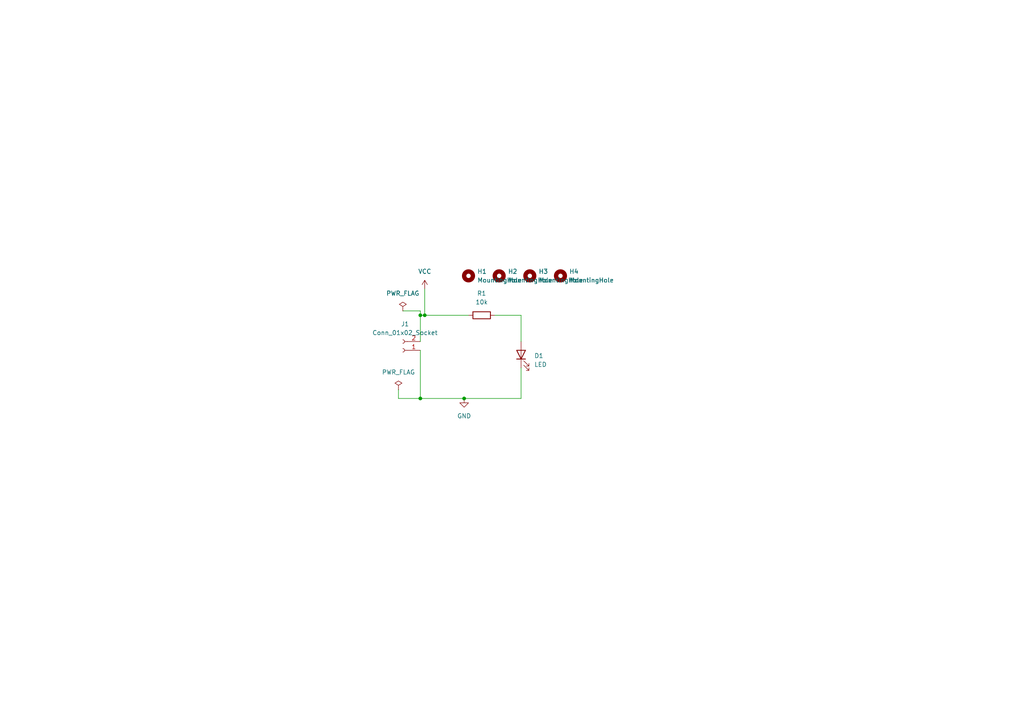
<source format=kicad_sch>
(kicad_sch (version 20230121) (generator eeschema)
  (paper "A4")
  (lib_symbols
    (symbol "Connector:Conn_01x02_Socket" (pin_names (offset 1.016) hide)
      (property "Reference" "J" (at 0 2.54 0))
      (property "Value" "Conn_01x02_Socket" (at 0 -5.08 0))
      (symbol "Conn_01x02_Socket_1_1"
        (arc (start 0 -2.032) (mid -0.5058 -2.54) (end 0 -3.048) (stroke (width 0.1524)))
        (polyline (pts (xy -1.27 -2.54) (xy -0.508 -2.54)) (stroke (width 0.1524)))
        (polyline (pts (xy -1.27 0) (xy -0.508 0)) (stroke (width 0.1524)))
        (arc (start 0 0.508) (mid -0.5058 0) (end 0 -0.508) (stroke (width 0.1524)))
        (pin passive line (at -5.08 0 0) (length 3.81) (name "Pin_1") (number "1"))
        (pin passive line (at -5.08 -2.54 0) (length 3.81) (name "Pin_2") (number "2"))
      )
    )
    (symbol "Device:LED" (pin_numbers hide) (pin_names (offset 1.016) hide)
      (property "Reference" "D" (at 0 2.54 0))
      (property "Value" "LED" (at 0 -2.54 0))
      (symbol "LED_0_1"
        (polyline (pts (xy -1.27 -1.27) (xy -1.27 1.27)) (stroke (width 0.254)))
        (polyline (pts (xy -1.27 0) (xy 1.27 0)))
        (polyline (pts (xy 1.27 -1.27) (xy 1.27 1.27) (xy -1.27 0) (xy 1.27 -1.27)) (stroke (width 0.254)))
        (polyline (pts (xy -3.048 -0.762) (xy -4.572 -2.286) (xy -3.81 -2.286) (xy -4.572 -2.286) (xy -4.572 -1.524)))
        (polyline (pts (xy -1.778 -0.762) (xy -3.302 -2.286) (xy -2.54 -2.286) (xy -3.302 -2.286) (xy -3.302 -1.524)))
      )
      (symbol "LED_1_1"
        (pin passive line (at -3.81 0 0) (length 2.54) (name "K") (number "1"))
        (pin passive line (at 3.81 0 180) (length 2.54) (name "A") (number "2"))
      )
    )
    (symbol "Device:R" (pin_numbers hide) (pin_names (offset 0))
      (property "Reference" "R" (at 2.032 0 90))
      (property "Value" "R" (at 0 0 90))
      (symbol "R_0_1"
        (rectangle (start -1.016 -2.54) (end 1.016 2.54) (stroke (width 0.254)))
      )
      (symbol "R_1_1"
        (pin passive line (at 0 3.81 270) (length 1.27) (name "~") (number "1"))
        (pin passive line (at 0 -3.81 90) (length 1.27) (name "~") (number "2"))
      )
    )
    (symbol "Mechanical:MountingHole" (pin_names (offset 1.016))
      (property "Reference" "H" (at 0 5.08 0))
      (property "Value" "MountingHole" (at 0 3.175 0))
      (symbol "MountingHole_0_1"
        (circle (center 0 0) (radius 1.27) (stroke (width 1.27)))
      )
    )
    (symbol "power:GND" (power) (pin_names (offset 0))
      (property "Value" "GND" (at 0 -3.81 0))
      (symbol "GND_0_1"
        (polyline (pts (xy 0 0) (xy 0 -1.27) (xy 1.27 -1.27) (xy 0 -2.54) (xy -1.27 -1.27) (xy 0 -1.27)))
      )
      (symbol "GND_1_1"
        (pin power_in line (at 0 0 270) (length 0) hide (name "GND") (number "1"))
      )
    )
    (symbol "power:PWR_FLAG" (power) (pin_numbers hide) (pin_names (offset 0) hide)
      (property "Value" "PWR_FLAG" (at 0 3.81 0))
      (symbol "PWR_FLAG_0_0"
        (pin power_out line (at 0 0 90) (length 0) (name "pwr") (number "1"))
      )
      (symbol "PWR_FLAG_0_1"
        (polyline (pts (xy 0 0) (xy 0 1.27) (xy -1.016 1.905) (xy 0 2.54) (xy 1.016 1.905) (xy 0 1.27)))
      )
    )
    (symbol "power:VCC" (power) (pin_names (offset 0))
      (property "Value" "VCC" (at 0 3.81 0))
      (symbol "VCC_0_1"
        (polyline (pts (xy -0.762 1.27) (xy 0 2.54)))
        (polyline (pts (xy 0 0) (xy 0 2.54)))
        (polyline (pts (xy 0 2.54) (xy 0.762 1.27)))
      )
      (symbol "VCC_1_1"
        (pin power_in line (at 0 0 90) (length 0) hide (name "VCC") (number "1"))
      )
    )
  )
  (junction (at 134.62 115.57))
  (junction (at 123.19 91.44))
  (junction (at 121.92 115.57))
  (junction (at 121.92 91.44))
  (wire (pts (xy 143.51 91.44) (xy 151.13 91.44)))
  (wire (pts (xy 121.92 91.44) (xy 121.92 99.06)))
  (wire (pts (xy 123.19 83.82) (xy 123.19 91.44)))
  (wire (pts (xy 115.57 113.03) (xy 115.57 115.57)))
  (wire (pts (xy 151.13 115.57) (xy 151.13 106.68)))
  (wire (pts (xy 115.57 115.57) (xy 121.92 115.57)))
  (wire (pts (xy 134.62 115.57) (xy 151.13 115.57)))
  (wire (pts (xy 121.92 115.57) (xy 134.62 115.57)))
  (wire (pts (xy 121.92 90.17) (xy 121.92 91.44)))
  (wire (pts (xy 121.92 101.6) (xy 121.92 115.57)))
  (wire (pts (xy 116.84 90.17) (xy 121.92 90.17)))
  (wire (pts (xy 123.19 91.44) (xy 135.89 91.44)))
  (wire (pts (xy 151.13 91.44) (xy 151.13 99.06)))
  (wire (pts (xy 121.92 91.44) (xy 123.19 91.44)))
  (symbol (lib_id "Device:R") (at 139.7 91.44 90) (unit 1)
    (property "Reference" "R1" (at 139.7 85.09 90))
    (property "Value" "10k" (at 139.7 87.63 90))
    (property "Footprint" "Resistor_THT:R_Axial_DIN0207_L6.3mm_D2.5mm_P15.24mm_Horizontal" (effects hide))
  )
  (symbol (lib_id "power:PWR_FLAG") (at 115.57 113.03 0) (unit 1)
    (property "Reference" "#FLG01" (effects hide))
    (property "Value" "PWR_FLAG" (at 115.57 107.95 0))
  )
  (symbol (lib_id "Mechanical:MountingHole") (at 135.89 80.01 0) (unit 1)
    (property "Reference" "H1" (at 138.43 78.74 0) (effects (justify left)))
    (property "Value" "MountingHole" (at 138.43 81.28 0) (effects (justify left)))
    (property "Footprint" "MountingHole:MountingHole_3.5mm" (effects hide))
  )
  (symbol (lib_id "Device:LED") (at 151.13 102.87 90) (unit 1)
    (property "Reference" "D1" (at 154.94 103.1875 90) (effects (justify right)))
    (property "Value" "LED" (at 154.94 105.7275 90) (effects (justify right)))
    (property "Footprint" "LED_THT:LED_D5.0mm" (effects hide))
  )
  (symbol (lib_id "Mechanical:MountingHole") (at 144.78 80.01 0) (unit 1)
    (property "Reference" "H2" (at 147.32 78.74 0) (effects (justify left)))
    (property "Value" "MountingHole" (at 147.32 81.28 0) (effects (justify left)))
    (property "Footprint" "MountingHole:MountingHole_3.5mm" (effects hide))
  )
  (symbol (lib_id "Mechanical:MountingHole") (at 162.56 80.01 0) (unit 1)
    (property "Reference" "H4" (at 165.1 78.74 0) (effects (justify left)))
    (property "Value" "MountingHole" (at 165.1 81.28 0) (effects (justify left)))
    (property "Footprint" "MountingHole:MountingHole_3.5mm" (effects hide))
  )
  (symbol (lib_id "Mechanical:MountingHole") (at 153.67 80.01 0) (unit 1)
    (property "Reference" "H3" (at 156.21 78.74 0) (effects (justify left)))
    (property "Value" "MountingHole" (at 156.21 81.28 0) (effects (justify left)))
    (property "Footprint" "MountingHole:MountingHole_3.5mm" (effects hide))
  )
  (symbol (lib_id "power:VCC") (at 123.19 83.82 0) (unit 1)
    (property "Reference" "#PWR01" (effects hide))
    (property "Value" "VCC" (at 123.19 78.74 0))
  )
  (symbol (lib_id "Connector:Conn_01x02_Socket") (at 116.84 101.6 180) (unit 1)
    (property "Reference" "J1" (at 117.475 93.98 0))
    (property "Value" "Conn_01x02_Socket" (at 117.475 96.52 0))
    (property "Footprint" "Connector_PinSocket_2.54mm:PinSocket_1x02_P2.54mm_Vertical" (effects hide))
  )
  (symbol (lib_id "power:PWR_FLAG") (at 116.84 90.17 0) (unit 1)
    (property "Reference" "#FLG02" (effects hide))
    (property "Value" "PWR_FLAG" (at 116.84 85.09 0))
  )
  (symbol (lib_id "power:GND") (at 134.62 115.57 0) (unit 1)
    (property "Reference" "#PWR02" (effects hide))
    (property "Value" "GND" (at 134.62 120.65 0))
  )
)
</source>
